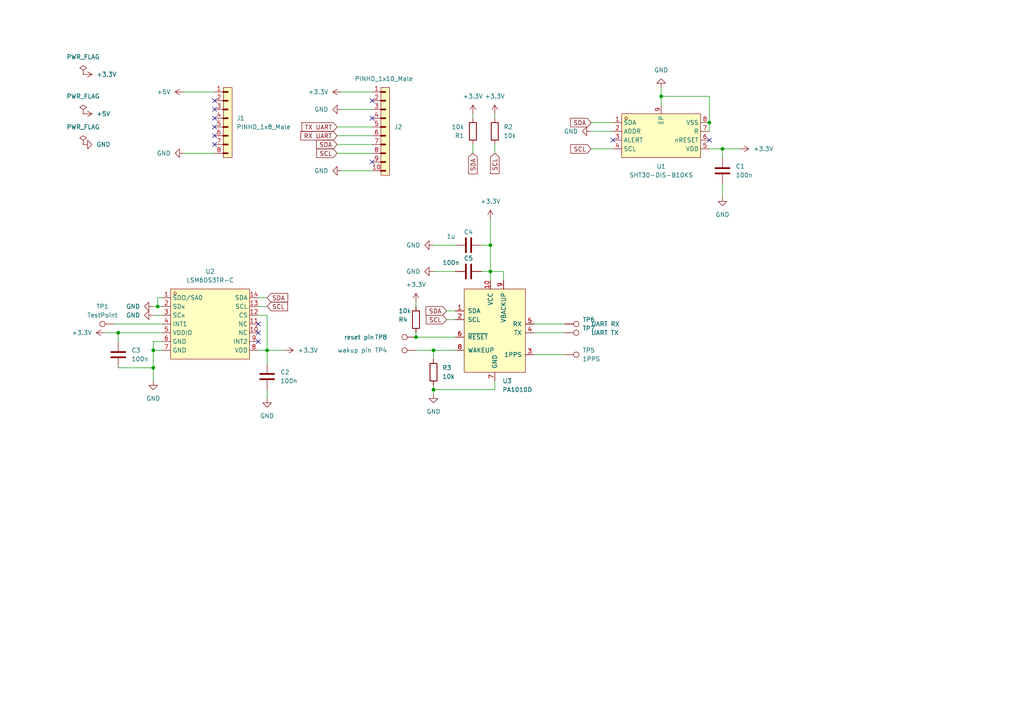
<source format=kicad_sch>
(kicad_sch (version 20230121) (generator eeschema)
  (paper "A4")
  (lib_symbols
    (symbol "Connector:TestPoint" (pin_numbers hide) (pin_names (offset 0.762) hide)
      (property "Reference" "TP" (at 0 6.858 0))
      (property "Value" "TestPoint" (at 0 5.08 0))
      (symbol "TestPoint_0_1"
        (circle (center 0 3.302) (radius 0.762))
      )
      (symbol "TestPoint_1_1"
        (pin passive line (at 0 0 90) (length 2.54) (name "1") (number "1"))
      )
    )
    (symbol "Device:C" (pin_numbers hide) (pin_names (offset 0.254))
      (property "Reference" "C" (at 0.635 2.54 0))
      (property "Value" "C" (at 0.635 -2.54 0))
      (symbol "C_0_1"
        (polyline (pts (xy -2.032 -0.762) (xy 2.032 -0.762)) (stroke (width 0.508)))
        (polyline (pts (xy -2.032 0.762) (xy 2.032 0.762)) (stroke (width 0.508)))
      )
      (symbol "C_1_1"
        (pin passive line (at 0 3.81 270) (length 2.794) (name "~") (number "1"))
        (pin passive line (at 0 -3.81 90) (length 2.794) (name "~") (number "2"))
      )
    )
    (symbol "Device:R" (pin_numbers hide) (pin_names (offset 0))
      (property "Reference" "R" (at 2.032 0 90))
      (property "Value" "R" (at 0 0 90))
      (symbol "R_0_1"
        (rectangle (start -1.016 -2.54) (end 1.016 2.54) (stroke (width 0.254)))
      )
      (symbol "R_1_1"
        (pin passive line (at 0 3.81 270) (length 1.27) (name "~") (number "1"))
        (pin passive line (at 0 -3.81 90) (length 1.27) (name "~") (number "2"))
      )
    )
    (symbol "PA1010D:PA1010D" (pin_names (offset 1.016))
      (property "Reference" "U?" (at -7.62 12.7 0))
      (property "Value" "PA1010D" (at 6.35 -15.24 0))
      (symbol "PA1010D_0_1"
        (rectangle (start -8.89 11.43) (end 8.89 -12.7) (fill (type background)))
      )
      (symbol "PA1010D_1_1"
        (pin bidirectional line (at -11.43 5.08 0) (length 2.54) (name "SDA") (number "1"))
        (pin power_in line (at -1.27 13.97 270) (length 2.54) (name "VCC") (number "10"))
        (pin input line (at -11.43 2.54 0) (length 2.54) (name "SCL") (number "2"))
        (pin output line (at 11.43 -7.62 180) (length 2.54) (name "1PPS") (number "3"))
        (pin output line (at 11.43 -1.27 180) (length 2.54) (name "TX") (number "4"))
        (pin input line (at 11.43 1.27 180) (length 2.54) (name "RX") (number "5"))
        (pin input line (at -11.43 -2.54 0) (length 2.54) (name "~{RESET}") (number "6"))
        (pin power_in line (at 0 -15.24 90) (length 2.54) (name "GND") (number "7"))
        (pin input line (at -11.43 -6.35 0) (length 2.54) (name "WAKEUP") (number "8"))
        (pin power_in line (at 2.54 13.97 270) (length 2.54) (name "VBACKUP") (number "9"))
      )
    )
    (symbol "PCM_SL_Pin_Headers:PINHD_1x10_Male"
      (property "Reference" "J" (at 0 16.51 0))
      (property "Value" "PINHD_1x10_Male" (at 0 13.97 0))
      (symbol "PINHD_1x10_Male_0_1"
        (rectangle (start -1.27 12.7) (end 1.27 -12.7) (fill (type background)))
        (polyline (pts (xy -1.27 -11.43) (xy 0 -11.43)) (stroke (width 0.3)))
        (polyline (pts (xy -1.27 -11.43) (xy 0 -11.43)) (stroke (width 0.5)))
        (polyline (pts (xy -1.27 -8.89) (xy 0 -8.89)) (stroke (width 0.3)))
        (polyline (pts (xy -1.27 -8.89) (xy 0 -8.89)) (stroke (width 0.5)))
        (polyline (pts (xy -1.27 -6.35) (xy 0 -6.35)) (stroke (width 0.3)))
        (polyline (pts (xy -1.27 -6.35) (xy 0 -6.35)) (stroke (width 0.5)))
        (polyline (pts (xy -1.27 -3.81) (xy 0 -3.81)) (stroke (width 0.3)))
        (polyline (pts (xy -1.27 -3.81) (xy 0 -3.81)) (stroke (width 0.5)))
        (polyline (pts (xy -1.27 -1.27) (xy 0 -1.27)) (stroke (width 0.3)))
        (polyline (pts (xy -1.27 -1.27) (xy 0 -1.27)) (stroke (width 0.5)))
        (polyline (pts (xy -1.27 1.27) (xy 0 1.27)) (stroke (width 0.3)))
        (polyline (pts (xy -1.27 1.27) (xy 0 1.27)) (stroke (width 0.5)))
        (polyline (pts (xy -1.27 3.81) (xy 0 3.81)) (stroke (width 0.3)))
        (polyline (pts (xy -1.27 3.81) (xy 0 3.81)) (stroke (width 0.5)))
        (polyline (pts (xy -1.27 6.35) (xy 0 6.35)) (stroke (width 0.3)))
        (polyline (pts (xy -1.27 6.35) (xy 0 6.35)) (stroke (width 0.5)))
        (polyline (pts (xy -1.27 8.89) (xy 0 8.89)) (stroke (width 0.3)))
        (polyline (pts (xy -1.27 8.89) (xy 0 8.89)) (stroke (width 0.5)))
        (polyline (pts (xy -1.27 11.43) (xy 0 11.43)) (stroke (width 0.5)))
      )
      (symbol "PINHD_1x10_Male_1_1"
        (pin passive line (at -3.81 11.43 0) (length 2.54) (name "") (number "1"))
        (pin passive line (at -3.81 -11.43 0) (length 2.54) (name "") (number "10"))
        (pin passive line (at -3.81 8.89 0) (length 2.54) (name "") (number "2"))
        (pin passive line (at -3.81 6.35 0) (length 2.54) (name "") (number "3"))
        (pin passive line (at -3.81 3.81 0) (length 2.54) (name "") (number "4"))
        (pin passive line (at -3.81 1.27 0) (length 2.54) (name "") (number "5"))
        (pin passive line (at -3.81 -1.27 0) (length 2.54) (name "") (number "6"))
        (pin passive line (at -3.81 -3.81 0) (length 2.54) (name "") (number "7"))
        (pin passive line (at -3.81 -6.35 0) (length 2.54) (name "") (number "8"))
        (pin passive line (at -3.81 -8.89 0) (length 2.54) (name "") (number "9"))
      )
    )
    (symbol "PCM_SL_Pin_Headers:PINHD_1x8_Male"
      (property "Reference" "J" (at 0 13.97 0))
      (property "Value" "PINHD_1x8_Male" (at 0 11.43 0))
      (symbol "PINHD_1x8_Male_0_1"
        (rectangle (start -1.27 10.16) (end 1.27 -10.16) (fill (type background)))
        (polyline (pts (xy -1.27 -8.89) (xy 0 -8.89)) (stroke (width 0.3)))
        (polyline (pts (xy -1.27 -8.89) (xy 0 -8.89)) (stroke (width 0.5)))
        (polyline (pts (xy -1.27 -6.35) (xy 0 -6.35)) (stroke (width 0.3)))
        (polyline (pts (xy -1.27 -6.35) (xy 0 -6.35)) (stroke (width 0.5)))
        (polyline (pts (xy -1.27 -3.81) (xy 0 -3.81)) (stroke (width 0.3)))
        (polyline (pts (xy -1.27 -3.81) (xy 0 -3.81)) (stroke (width 0.5)))
        (polyline (pts (xy -1.27 -1.27) (xy 0 -1.27)) (stroke (width 0.3)))
        (polyline (pts (xy -1.27 -1.27) (xy 0 -1.27)) (stroke (width 0.5)))
        (polyline (pts (xy -1.27 1.27) (xy 0 1.27)) (stroke (width 0.3)))
        (polyline (pts (xy -1.27 1.27) (xy 0 1.27)) (stroke (width 0.5)))
        (polyline (pts (xy -1.27 3.81) (xy 0 3.81)) (stroke (width 0.3)))
        (polyline (pts (xy -1.27 3.81) (xy 0 3.81)) (stroke (width 0.5)))
        (polyline (pts (xy -1.27 6.35) (xy 0 6.35)) (stroke (width 0.3)))
        (polyline (pts (xy -1.27 6.35) (xy 0 6.35)) (stroke (width 0.5)))
        (polyline (pts (xy -1.27 8.89) (xy 0 8.89)) (stroke (width 0.3)))
        (polyline (pts (xy -1.27 8.89) (xy 0 8.89)) (stroke (width 0.5)))
      )
      (symbol "PINHD_1x8_Male_1_1"
        (pin passive line (at -3.81 8.89 0) (length 2.54) (name "") (number "1"))
        (pin passive line (at -3.81 6.35 0) (length 2.54) (name "") (number "2"))
        (pin passive line (at -3.81 3.81 0) (length 2.54) (name "") (number "3"))
        (pin passive line (at -3.81 1.27 0) (length 2.54) (name "") (number "4"))
        (pin passive line (at -3.81 -1.27 0) (length 2.54) (name "") (number "5"))
        (pin passive line (at -3.81 -3.81 0) (length 2.54) (name "") (number "6"))
        (pin passive line (at -3.81 -6.35 0) (length 2.54) (name "") (number "7"))
        (pin passive line (at -3.81 -8.89 0) (length 2.54) (name "") (number "8"))
      )
    )
    (symbol "easyeda2kicad:LSM6DS3TR-C"
      (property "Reference" "U" (at 0 12.7 0))
      (property "Value" "LSM6DS3TR-C" (at 0 -12.7 0))
      (symbol "LSM6DS3TR-C_0_1"
        (rectangle (start -11.43 10.16) (end 11.43 -10.16) (fill (type background)))
        (circle (center -10.16 8.89) (radius 0.38))
        (pin unspecified line (at -13.97 7.62 0) (length 2.54) (name "SDO/SA0") (number "1"))
        (pin unspecified line (at 13.97 -2.54 180) (length 2.54) (name "NC") (number "10"))
        (pin unspecified line (at 13.97 0 180) (length 2.54) (name "NC") (number "11"))
        (pin unspecified line (at 13.97 2.54 180) (length 2.54) (name "CS") (number "12"))
        (pin unspecified line (at 13.97 5.08 180) (length 2.54) (name "SCL") (number "13"))
        (pin unspecified line (at 13.97 7.62 180) (length 2.54) (name "SDA") (number "14"))
        (pin unspecified line (at -13.97 5.08 0) (length 2.54) (name "SDx") (number "2"))
        (pin unspecified line (at -13.97 2.54 0) (length 2.54) (name "SCx") (number "3"))
        (pin unspecified line (at -13.97 0 0) (length 2.54) (name "INT1") (number "4"))
        (pin unspecified line (at -13.97 -2.54 0) (length 2.54) (name "VDDIO") (number "5"))
        (pin unspecified line (at -13.97 -5.08 0) (length 2.54) (name "GND") (number "6"))
        (pin unspecified line (at -13.97 -7.62 0) (length 2.54) (name "GND") (number "7"))
        (pin unspecified line (at 13.97 -7.62 180) (length 2.54) (name "VDD") (number "8"))
        (pin unspecified line (at 13.97 -5.08 180) (length 2.54) (name "INT2") (number "9"))
      )
    )
    (symbol "easyeda2kicad:SHT30-DIS-B10KS"
      (property "Reference" "U" (at 0 13.97 0))
      (property "Value" "SHT30-DIS-B10KS" (at 0 -8.89 0))
      (symbol "SHT30-DIS-B10KS_0_1"
        (rectangle (start -11.43 6.35) (end 11.43 -6.35) (fill (type background)))
        (circle (center -10.16 5.08) (radius 0.38))
        (pin unspecified line (at -13.97 3.81 0) (length 2.54) (name "SDA") (number "1"))
        (pin unspecified line (at -13.97 1.27 0) (length 2.54) (name "ADDR") (number "2"))
        (pin unspecified line (at -13.97 -1.27 0) (length 2.54) (name "ALERT") (number "3"))
        (pin unspecified line (at -13.97 -3.81 0) (length 2.54) (name "SCL") (number "4"))
        (pin unspecified line (at 13.97 -3.81 180) (length 2.54) (name "VDD") (number "5"))
        (pin unspecified line (at 13.97 -1.27 180) (length 2.54) (name "nRESET") (number "6"))
        (pin unspecified line (at 13.97 1.27 180) (length 2.54) (name "R") (number "7"))
        (pin unspecified line (at 13.97 3.81 180) (length 2.54) (name "VSS") (number "8"))
        (pin unspecified line (at 0 8.89 270) (length 2.54) (name "EP") (number "9"))
      )
    )
    (symbol "power:+3.3V" (power) (pin_names (offset 0))
      (property "Value" "+3.3V" (at 0 3.556 0))
      (symbol "+3.3V_0_1"
        (polyline (pts (xy -0.762 1.27) (xy 0 2.54)))
        (polyline (pts (xy 0 0) (xy 0 2.54)))
        (polyline (pts (xy 0 2.54) (xy 0.762 1.27)))
      )
      (symbol "+3.3V_1_1"
        (pin power_in line (at 0 0 90) (length 0) hide (name "+3.3V") (number "1"))
      )
    )
    (symbol "power:+5V" (power) (pin_names (offset 0))
      (property "Value" "+5V" (at 0 3.556 0))
      (symbol "+5V_0_1"
        (polyline (pts (xy -0.762 1.27) (xy 0 2.54)))
        (polyline (pts (xy 0 0) (xy 0 2.54)))
        (polyline (pts (xy 0 2.54) (xy 0.762 1.27)))
      )
      (symbol "+5V_1_1"
        (pin power_in line (at 0 0 90) (length 0) hide (name "+5V") (number "1"))
      )
    )
    (symbol "power:GND" (power) (pin_names (offset 0))
      (property "Value" "GND" (at 0 -3.81 0))
      (symbol "GND_0_1"
        (polyline (pts (xy 0 0) (xy 0 -1.27) (xy 1.27 -1.27) (xy 0 -2.54) (xy -1.27 -1.27) (xy 0 -1.27)))
      )
      (symbol "GND_1_1"
        (pin power_in line (at 0 0 270) (length 0) hide (name "GND") (number "1"))
      )
    )
    (symbol "power:PWR_FLAG" (power) (pin_numbers hide) (pin_names (offset 0) hide)
      (property "Value" "PWR_FLAG" (at 0 3.81 0))
      (symbol "PWR_FLAG_0_0"
        (pin power_out line (at 0 0 90) (length 0) (name "pwr") (number "1"))
      )
      (symbol "PWR_FLAG_0_1"
        (polyline (pts (xy 0 0) (xy 0 1.27) (xy -1.016 1.905) (xy 0 2.54) (xy 1.016 1.905) (xy 0 1.27)))
      )
    )
  )
  (junction (at 209.55 43.18))
  (junction (at 77.47 101.6))
  (junction (at 205.74 35.56))
  (junction (at 191.77 27.94))
  (junction (at 120.65 97.79))
  (junction (at 44.45 106.68))
  (junction (at 142.24 71.12))
  (junction (at 45.72 88.9))
  (junction (at 125.73 101.6))
  (junction (at 125.73 113.03))
  (junction (at 34.29 96.52))
  (junction (at 142.24 78.74))
  (junction (at 44.45 101.6))
  (no_connect (at 62.23 34.29))
  (no_connect (at 62.23 29.21))
  (no_connect (at 62.23 39.37))
  (no_connect (at 74.93 93.98))
  (no_connect (at 62.23 36.83))
  (no_connect (at 107.95 29.21))
  (no_connect (at 74.93 96.52))
  (no_connect (at 107.95 34.29))
  (no_connect (at 177.8 40.64))
  (no_connect (at 62.23 31.75))
  (no_connect (at 205.74 40.64))
  (no_connect (at 62.23 41.91))
  (no_connect (at 74.93 99.06))
  (no_connect (at 107.95 46.99))
  (wire (pts (xy 99.06 31.75) (xy 107.95 31.75)))
  (wire (pts (xy 171.45 43.18) (xy 177.8 43.18)))
  (wire (pts (xy 34.29 96.52) (xy 34.29 99.06)))
  (wire (pts (xy 53.34 44.45) (xy 62.23 44.45)))
  (wire (pts (xy 209.55 43.18) (xy 209.55 45.72)))
  (wire (pts (xy 120.65 96.52) (xy 120.65 97.79)))
  (wire (pts (xy 139.7 71.12) (xy 142.24 71.12)))
  (wire (pts (xy 30.48 96.52) (xy 34.29 96.52)))
  (wire (pts (xy 125.73 101.6) (xy 125.73 104.14)))
  (wire (pts (xy 44.45 91.44) (xy 46.99 91.44)))
  (wire (pts (xy 129.54 92.71) (xy 132.08 92.71)))
  (wire (pts (xy 120.65 101.6) (xy 125.73 101.6)))
  (wire (pts (xy 146.05 78.74) (xy 142.24 78.74)))
  (wire (pts (xy 34.29 106.68) (xy 44.45 106.68)))
  (wire (pts (xy 44.45 106.68) (xy 44.45 110.49)))
  (wire (pts (xy 137.16 33.02) (xy 137.16 34.29)))
  (wire (pts (xy 137.16 41.91) (xy 137.16 44.45)))
  (wire (pts (xy 53.34 26.67) (xy 62.23 26.67)))
  (wire (pts (xy 154.94 96.52) (xy 163.83 96.52)))
  (wire (pts (xy 44.45 101.6) (xy 44.45 99.06)))
  (wire (pts (xy 142.24 78.74) (xy 142.24 81.28)))
  (wire (pts (xy 97.79 39.37) (xy 107.95 39.37)))
  (wire (pts (xy 44.45 99.06) (xy 46.99 99.06)))
  (wire (pts (xy 142.24 63.5) (xy 142.24 71.12)))
  (wire (pts (xy 77.47 101.6) (xy 77.47 105.41)))
  (wire (pts (xy 125.73 78.74) (xy 132.08 78.74)))
  (wire (pts (xy 120.65 87.63) (xy 120.65 88.9)))
  (wire (pts (xy 77.47 113.03) (xy 77.47 115.57)))
  (wire (pts (xy 171.45 35.56) (xy 177.8 35.56)))
  (wire (pts (xy 191.77 25.4) (xy 191.77 27.94)))
  (wire (pts (xy 77.47 101.6) (xy 82.55 101.6)))
  (wire (pts (xy 143.51 41.91) (xy 143.51 44.45)))
  (wire (pts (xy 77.47 91.44) (xy 77.47 101.6)))
  (wire (pts (xy 44.45 101.6) (xy 46.99 101.6)))
  (wire (pts (xy 143.51 110.49) (xy 143.51 113.03)))
  (wire (pts (xy 99.06 26.67) (xy 107.95 26.67)))
  (wire (pts (xy 205.74 27.94) (xy 191.77 27.94)))
  (wire (pts (xy 205.74 43.18) (xy 209.55 43.18)))
  (wire (pts (xy 34.29 96.52) (xy 46.99 96.52)))
  (wire (pts (xy 74.93 101.6) (xy 77.47 101.6)))
  (wire (pts (xy 125.73 111.76) (xy 125.73 113.03)))
  (wire (pts (xy 191.77 27.94) (xy 191.77 30.48)))
  (wire (pts (xy 97.79 36.83) (xy 107.95 36.83)))
  (wire (pts (xy 125.73 101.6) (xy 132.08 101.6)))
  (wire (pts (xy 97.79 44.45) (xy 107.95 44.45)))
  (wire (pts (xy 154.94 93.98) (xy 163.83 93.98)))
  (wire (pts (xy 143.51 33.02) (xy 143.51 34.29)))
  (wire (pts (xy 44.45 88.9) (xy 45.72 88.9)))
  (wire (pts (xy 142.24 78.74) (xy 139.7 78.74)))
  (wire (pts (xy 99.06 49.53) (xy 107.95 49.53)))
  (wire (pts (xy 154.94 102.87) (xy 163.83 102.87)))
  (wire (pts (xy 142.24 71.12) (xy 142.24 78.74)))
  (wire (pts (xy 74.93 88.9) (xy 77.47 88.9)))
  (wire (pts (xy 146.05 81.28) (xy 146.05 78.74)))
  (wire (pts (xy 129.54 90.17) (xy 132.08 90.17)))
  (wire (pts (xy 45.72 86.36) (xy 45.72 88.9)))
  (wire (pts (xy 205.74 35.56) (xy 205.74 38.1)))
  (wire (pts (xy 205.74 27.94) (xy 205.74 35.56)))
  (wire (pts (xy 97.79 41.91) (xy 107.95 41.91)))
  (wire (pts (xy 209.55 53.34) (xy 209.55 57.15)))
  (wire (pts (xy 209.55 43.18) (xy 214.63 43.18)))
  (wire (pts (xy 46.99 86.36) (xy 45.72 86.36)))
  (wire (pts (xy 44.45 101.6) (xy 44.45 106.68)))
  (wire (pts (xy 125.73 71.12) (xy 132.08 71.12)))
  (wire (pts (xy 171.45 38.1) (xy 177.8 38.1)))
  (wire (pts (xy 74.93 86.36) (xy 77.47 86.36)))
  (wire (pts (xy 33.02 93.98) (xy 46.99 93.98)))
  (wire (pts (xy 74.93 91.44) (xy 77.47 91.44)))
  (wire (pts (xy 143.51 113.03) (xy 125.73 113.03)))
  (wire (pts (xy 45.72 88.9) (xy 46.99 88.9)))
  (wire (pts (xy 120.65 97.79) (xy 132.08 97.79)))
  (wire (pts (xy 125.73 113.03) (xy 125.73 114.3)))
  (global_label "SCL" (shape input) (at 129.54 92.71 180) (property "Intersheetrefs" "${INTERSHEET_REFS}" (effects hide)))
  (global_label "SCL" (shape input) (at 77.47 88.9 0) (property "Intersheetrefs" "${INTERSHEET_REFS}" (effects hide)))
  (global_label "SDA" (shape input) (at 171.45 35.56 180) (property "Intersheetrefs" "${INTERSHEET_REFS}" (effects hide)))
  (global_label "SDA" (shape input) (at 129.54 90.17 180) (property "Intersheetrefs" "${INTERSHEET_REFS}" (effects hide)))
  (global_label "RX UART" (shape input) (at 97.79 39.37 180) (property "Intersheetrefs" "${INTERSHEET_REFS}" (effects hide)))
  (global_label "SCL" (shape input) (at 97.79 44.45 180) (property "Intersheetrefs" "${INTERSHEET_REFS}" (effects hide)))
  (global_label "SDA" (shape input) (at 77.47 86.36 0) (property "Intersheetrefs" "${INTERSHEET_REFS}" (effects hide)))
  (global_label "SDA" (shape input) (at 137.16 44.45 270) (property "Intersheetrefs" "${INTERSHEET_REFS}" (effects hide)))
  (global_label "SDA" (shape input) (at 97.79 41.91 180) (property "Intersheetrefs" "${INTERSHEET_REFS}" (effects hide)))
  (global_label "SCL" (shape input) (at 171.45 43.18 180) (property "Intersheetrefs" "${INTERSHEET_REFS}" (effects hide)))
  (global_label "TX UART" (shape input) (at 97.79 36.83 180) (property "Intersheetrefs" "${INTERSHEET_REFS}" (effects hide)))
  (global_label "SCL" (shape input) (at 143.51 44.45 270) (property "Intersheetrefs" "${INTERSHEET_REFS}" (effects hide)))
  (symbol (lib_id "power:GND") (at 125.73 78.74 270) (unit 1)
    (property "Reference" "#PWR023" (effects hide))
    (property "Value" "GND" (at 121.92 78.74 90) (effects (justify right)))
  )
  (symbol (lib_id "power:GND") (at 191.77 25.4 180) (unit 1)
    (property "Reference" "#PWR06" (effects hide))
    (property "Value" "GND" (at 191.77 20.32 0))
  )
  (symbol (lib_id "Connector:TestPoint") (at 163.83 93.98 270) (unit 1)
    (property "Reference" "TP6" (at 168.91 92.71 90) (effects (justify left)))
    (property "Value" "UART RX" (at 171.45 93.98 90) (effects (justify left)))
    (property "Footprint" "TestPoint:TestPoint_Pad_D1.0mm" (effects hide))
  )
  (symbol (lib_id "power:GND") (at 99.06 49.53 270) (unit 1)
    (property "Reference" "#PWR04" (effects hide))
    (property "Value" "GND" (at 95.25 49.53 90) (effects (justify right)))
  )
  (symbol (lib_id "power:GND") (at 209.55 57.15 0) (unit 1)
    (property "Reference" "#PWR09" (effects hide))
    (property "Value" "GND" (at 209.55 62.23 0))
  )
  (symbol (lib_id "power:GND") (at 99.06 31.75 270) (unit 1)
    (property "Reference" "#PWR05" (effects hide))
    (property "Value" "GND" (at 95.25 31.75 90) (effects (justify right)))
  )
  (symbol (lib_id "easyeda2kicad:LSM6DS3TR-C") (at 60.96 93.98 0) (unit 1)
    (property "Reference" "U2" (at 60.96 78.74 0))
    (property "Value" "LSM6DS3TR-C" (at 60.96 81.28 0))
    (property "Footprint" "easyeda2kicad:LGA-14_L3.0-W2.5-P0.50-TL" (effects hide))
    (property "LCSC Part" "C967633" (effects hide))
  )
  (symbol (lib_id "power:GND") (at 125.73 71.12 270) (unit 1)
    (property "Reference" "#PWR022" (effects hide))
    (property "Value" "GND" (at 121.92 71.12 90) (effects (justify right)))
  )
  (symbol (lib_id "power:+3.3V") (at 24.13 21.59 270) (unit 1)
    (property "Reference" "#PWR012" (effects hide))
    (property "Value" "+3.3V" (at 27.94 21.59 90) (effects (justify left)))
  )
  (symbol (lib_id "power:+5V") (at 53.34 26.67 90) (unit 1)
    (property "Reference" "#PWR01" (effects hide))
    (property "Value" "+5V" (at 49.53 26.67 90) (effects (justify left)))
  )
  (symbol (lib_id "power:GND") (at 53.34 44.45 270) (unit 1)
    (property "Reference" "#PWR02" (effects hide))
    (property "Value" "GND" (at 49.53 44.45 90) (effects (justify right)))
  )
  (symbol (lib_id "power:+3.3V") (at 142.24 63.5 0) (unit 1)
    (property "Reference" "#PWR024" (effects hide))
    (property "Value" "+3.3V" (at 142.24 58.42 0))
  )
  (symbol (lib_id "PA1010D:PA1010D") (at 143.51 95.25 0) (unit 1)
    (property "Reference" "U3" (at 145.7041 110.49 0) (effects (justify left)))
    (property "Value" "PA1010D" (at 145.7041 113.03 0) (effects (justify left)))
    (property "Footprint" "PA1010D:PA1010D_footprint" (effects hide))
  )
  (symbol (lib_id "easyeda2kicad:SHT30-DIS-B10KS") (at 191.77 39.37 0) (unit 1)
    (property "Reference" "U1" (at 191.77 48.26 0))
    (property "Value" "SHT30-DIS-B10KS" (at 191.77 50.8 0))
    (property "Footprint" "easyeda2kicad:DFN-8_L2.5-W2.5-P0.50-BL-EP" (effects hide))
    (property "LCSC Part" "C2687423" (effects hide))
  )
  (symbol (lib_id "Device:R") (at 137.16 38.1 180) (unit 1)
    (property "Reference" "R1" (at 134.62 39.37 0) (effects (justify left)))
    (property "Value" "10k" (at 134.62 36.83 0) (effects (justify left)))
    (property "Footprint" "Resistor_SMD:R_0402_1005Metric" (effects hide))
  )
  (symbol (lib_id "power:+3.3V") (at 82.55 101.6 270) (unit 1)
    (property "Reference" "#PWR016" (effects hide))
    (property "Value" "+3.3V" (at 86.36 101.6 90) (effects (justify left)))
  )
  (symbol (lib_id "power:GND") (at 44.45 110.49 0) (unit 1)
    (property "Reference" "#PWR015" (effects hide))
    (property "Value" "GND" (at 44.45 115.57 0))
  )
  (symbol (lib_id "power:+3.3V") (at 30.48 96.52 90) (unit 1)
    (property "Reference" "#PWR020" (effects hide))
    (property "Value" "+3.3V" (at 26.67 96.52 90) (effects (justify left)))
  )
  (symbol (lib_id "power:+3.3V") (at 214.63 43.18 270) (unit 1)
    (property "Reference" "#PWR08" (effects hide))
    (property "Value" "+3.3V" (at 218.44 43.18 90) (effects (justify left)))
  )
  (symbol (lib_id "power:GND") (at 171.45 38.1 270) (unit 1)
    (property "Reference" "#PWR07" (effects hide))
    (property "Value" "GND" (at 167.64 38.1 90) (effects (justify right)))
  )
  (symbol (lib_id "Connector:TestPoint") (at 120.65 97.79 90) (unit 1)
    (property "Reference" "TP8" (at 110.49 97.79 90))
    (property "Value" "reset pin" (at 104.14 97.79 90))
    (property "Footprint" "TestPoint:TestPoint_Pad_D1.0mm" (effects hide))
  )
  (symbol (lib_id "Device:R") (at 120.65 92.71 0) (unit 1)
    (property "Reference" "R4" (at 115.57 92.71 0) (effects (justify left)))
    (property "Value" "10k" (at 115.57 90.17 0) (effects (justify left)))
    (property "Footprint" "Resistor_SMD:R_0402_1005Metric" (effects hide))
  )
  (symbol (lib_id "power:+3.3V") (at 137.16 33.02 0) (unit 1)
    (property "Reference" "#PWR011" (effects hide))
    (property "Value" "+3.3V" (at 137.16 27.94 0))
  )
  (symbol (lib_id "power:+3.3V") (at 120.65 87.63 0) (unit 1)
    (property "Reference" "#PWR025" (effects hide))
    (property "Value" "+3.3V" (at 120.65 82.55 0))
  )
  (symbol (lib_id "power:GND") (at 44.45 88.9 270) (unit 1)
    (property "Reference" "#PWR018" (effects hide))
    (property "Value" "GND" (at 40.64 88.9 90) (effects (justify right)))
  )
  (symbol (lib_id "power:GND") (at 125.73 114.3 0) (unit 1)
    (property "Reference" "#PWR021" (effects hide))
    (property "Value" "GND" (at 125.73 119.38 0))
  )
  (symbol (lib_id "Device:C") (at 34.29 102.87 0) (unit 1)
    (property "Reference" "C3" (at 38.1 101.6 0) (effects (justify left)))
    (property "Value" "100n" (at 38.1 104.14 0) (effects (justify left)))
    (property "Footprint" "Capacitor_SMD:C_0402_1005Metric" (effects hide))
  )
  (symbol (lib_id "power:+3.3V") (at 99.06 26.67 90) (unit 1)
    (property "Reference" "#PWR03" (effects hide))
    (property "Value" "+3.3V" (at 95.25 26.67 90) (effects (justify left)))
  )
  (symbol (lib_id "power:PWR_FLAG") (at 24.13 33.02 0) (unit 1)
    (property "Reference" "#FLG02" (effects hide))
    (property "Value" "PWR_FLAG" (at 24.13 27.94 0))
  )
  (symbol (lib_id "power:PWR_FLAG") (at 24.13 41.91 0) (unit 1)
    (property "Reference" "#FLG03" (effects hide))
    (property "Value" "PWR_FLAG" (at 24.13 36.83 0))
  )
  (symbol (lib_id "PCM_SL_Pin_Headers:PINHD_1x10_Male") (at 111.76 38.1 0) (unit 1)
    (property "Reference" "J2" (at 114.3 36.83 0) (effects (justify left)))
    (property "Value" "PINHD_1x10_Male" (at 102.87 22.86 0) (effects (justify left)))
    (property "Footprint" "Connector_PinHeader_2.54mm:PinHeader_1x10_P2.54mm_Vertical" (effects hide))
  )
  (symbol (lib_id "power:+3.3V") (at 143.51 33.02 0) (unit 1)
    (property "Reference" "#PWR010" (effects hide))
    (property "Value" "+3.3V" (at 143.51 27.94 0))
  )
  (symbol (lib_id "Device:C") (at 77.47 109.22 0) (unit 1)
    (property "Reference" "C2" (at 81.28 107.95 0) (effects (justify left)))
    (property "Value" "100n" (at 81.28 110.49 0) (effects (justify left)))
    (property "Footprint" "Capacitor_SMD:C_0402_1005Metric" (effects hide))
  )
  (symbol (lib_id "Connector:TestPoint") (at 120.65 101.6 90) (unit 1)
    (property "Reference" "TP4" (at 110.49 101.6 90))
    (property "Value" "wakup pin" (at 102.87 101.6 90))
    (property "Footprint" "TestPoint:TestPoint_Pad_D1.0mm" (effects hide))
  )
  (symbol (lib_id "Device:C") (at 135.89 71.12 270) (unit 1)
    (property "Reference" "C4" (at 135.89 67.31 90))
    (property "Value" "1u" (at 130.81 68.58 90))
    (property "Footprint" "Capacitor_SMD:C_0402_1005Metric" (effects hide))
  )
  (symbol (lib_id "power:PWR_FLAG") (at 24.13 21.59 0) (unit 1)
    (property "Reference" "#FLG01" (effects hide))
    (property "Value" "PWR_FLAG" (at 24.13 16.51 0))
  )
  (symbol (lib_id "Device:R") (at 125.73 107.95 0) (unit 1)
    (property "Reference" "R3" (at 128.27 106.68 0) (effects (justify left)))
    (property "Value" "10k" (at 128.27 109.22 0) (effects (justify left)))
    (property "Footprint" "Resistor_SMD:R_0402_1005Metric" (effects hide))
  )
  (symbol (lib_id "Device:C") (at 135.89 78.74 270) (unit 1)
    (property "Reference" "C5" (at 135.89 74.93 90))
    (property "Value" "100n" (at 130.81 76.2 90))
    (property "Footprint" "Capacitor_SMD:C_0402_1005Metric" (effects hide))
  )
  (symbol (lib_id "Connector:TestPoint") (at 163.83 96.52 270) (unit 1)
    (property "Reference" "TP7" (at 168.91 95.25 90) (effects (justify left)))
    (property "Value" "UART TX" (at 171.45 96.52 90) (effects (justify left)))
    (property "Footprint" "TestPoint:TestPoint_Pad_D1.0mm" (effects hide))
  )
  (symbol (lib_id "Connector:TestPoint") (at 33.02 93.98 90) (unit 1)
    (property "Reference" "TP1" (at 29.718 88.9 90))
    (property "Value" "TestPoint" (at 29.718 91.44 90))
    (property "Footprint" "TestPoint:TestPoint_Pad_D1.0mm" (effects hide))
  )
  (symbol (lib_id "Connector:TestPoint") (at 163.83 102.87 270) (unit 1)
    (property "Reference" "TP5" (at 168.91 101.6 90) (effects (justify left)))
    (property "Value" "1PPS" (at 168.91 104.14 90) (effects (justify left)))
    (property "Footprint" "TestPoint:TestPoint_Pad_D1.0mm" (effects hide))
  )
  (symbol (lib_id "power:+5V") (at 24.13 33.02 270) (unit 1)
    (property "Reference" "#PWR013" (effects hide))
    (property "Value" "+5V" (at 27.94 33.02 90) (effects (justify left)))
  )
  (symbol (lib_id "Device:C") (at 209.55 49.53 0) (unit 1)
    (property "Reference" "C1" (at 213.36 48.26 0) (effects (justify left)))
    (property "Value" "100n" (at 213.36 50.8 0) (effects (justify left)))
    (property "Footprint" "Capacitor_SMD:C_0402_1005Metric" (effects hide))
  )
  (symbol (lib_id "Device:R") (at 143.51 38.1 0) (unit 1)
    (property "Reference" "R2" (at 146.05 36.83 0) (effects (justify left)))
    (property "Value" "10k" (at 146.05 39.37 0) (effects (justify left)))
    (property "Footprint" "Resistor_SMD:R_0402_1005Metric" (effects hide))
  )
  (symbol (lib_id "power:GND") (at 44.45 91.44 270) (unit 1)
    (property "Reference" "#PWR019" (effects hide))
    (property "Value" "GND" (at 40.64 91.44 90) (effects (justify right)))
  )
  (symbol (lib_id "power:GND") (at 24.13 41.91 90) (unit 1)
    (property "Reference" "#PWR014" (effects hide))
    (property "Value" "GND" (at 27.94 41.91 90) (effects (justify right)))
  )
  (symbol (lib_id "PCM_SL_Pin_Headers:PINHD_1x8_Male") (at 66.04 35.56 0) (unit 1)
    (property "Reference" "J1" (at 68.58 34.29 0) (effects (justify left)))
    (property "Value" "PINHD_1x8_Male" (at 68.58 36.83 0) (effects (justify left)))
    (property "Footprint" "Connector_PinHeader_2.54mm:PinHeader_1x08_P2.54mm_Vertical" (effects hide))
  )
  (symbol (lib_id "power:GND") (at 77.47 115.57 0) (unit 1)
    (property "Reference" "#PWR017" (effects hide))
    (property "Value" "GND" (at 77.47 120.65 0))
  )
)
</source>
